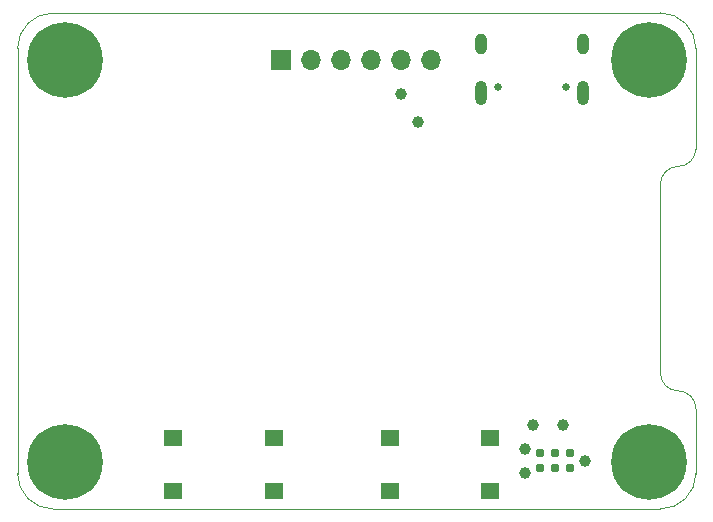
<source format=gbr>
%TF.GenerationSoftware,KiCad,Pcbnew,8.0.1-rc1*%
%TF.CreationDate,2024-04-16T22:30:49-06:00*%
%TF.ProjectId,bitaxe-ESP-OLED,62697461-7865-42d4-9553-502d4f4c4544,rev?*%
%TF.SameCoordinates,Original*%
%TF.FileFunction,Soldermask,Top*%
%TF.FilePolarity,Negative*%
%FSLAX46Y46*%
G04 Gerber Fmt 4.6, Leading zero omitted, Abs format (unit mm)*
G04 Created by KiCad (PCBNEW 8.0.1-rc1) date 2024-04-16 22:30:49*
%MOMM*%
%LPD*%
G01*
G04 APERTURE LIST*
%ADD10C,1.000000*%
%ADD11C,0.990600*%
%ADD12C,0.787400*%
%ADD13R,1.550000X1.400000*%
%ADD14C,0.800000*%
%ADD15C,6.400000*%
%ADD16C,0.650000*%
%ADD17O,1.000000X1.800000*%
%ADD18O,1.000000X2.100000*%
%ADD19R,1.700000X1.700000*%
%ADD20O,1.700000X1.700000*%
%TA.AperFunction,Profile*%
%ADD21C,0.100000*%
%TD*%
G04 APERTURE END LIST*
D10*
%TO.C,TP7*%
X173250000Y-96850000D03*
%TD*%
%TO.C,TP6*%
X175750000Y-96850000D03*
%TD*%
%TO.C,TP4*%
X163450000Y-71250000D03*
%TD*%
%TO.C,TP3*%
X162050000Y-68850000D03*
%TD*%
D11*
%TO.C,J3*%
X177625000Y-99920000D03*
X172545000Y-100936000D03*
X172545000Y-98904000D03*
D12*
X176355000Y-99285000D03*
X176355000Y-100555000D03*
X175085000Y-99285000D03*
X175085000Y-100555000D03*
X173815000Y-99285000D03*
X173815000Y-100555000D03*
%TD*%
D13*
%TO.C,SW4*%
X161100000Y-97950000D03*
X169600000Y-102450000D03*
X169600000Y-97950000D03*
X161100000Y-102450000D03*
%TD*%
%TO.C,SW2*%
X142750000Y-97950000D03*
X151250000Y-102450000D03*
X151250000Y-97950000D03*
X142750000Y-102450000D03*
%TD*%
D14*
%TO.C,H1*%
X131173000Y-66000000D03*
X131875944Y-64302944D03*
X131875944Y-67697056D03*
X133573000Y-63600000D03*
D15*
X133573000Y-66000000D03*
D14*
X133573000Y-68400000D03*
X135270056Y-64302944D03*
X135270056Y-67697056D03*
X135973000Y-66000000D03*
%TD*%
%TO.C,H3*%
X131173000Y-100000000D03*
X131875944Y-98302944D03*
X131875944Y-101697056D03*
X133573000Y-97600000D03*
D15*
X133573000Y-100000000D03*
D14*
X133573000Y-102400000D03*
X135270056Y-98302944D03*
X135270056Y-101697056D03*
X135973000Y-100000000D03*
%TD*%
%TO.C,H2*%
X180600000Y-66000000D03*
X181302944Y-64302944D03*
X181302944Y-67697056D03*
X183000000Y-63600000D03*
D15*
X183000000Y-66000000D03*
D14*
X183000000Y-68400000D03*
X184697056Y-64302944D03*
X184697056Y-67697056D03*
X185400000Y-66000000D03*
%TD*%
%TO.C,H4*%
X180600000Y-100000000D03*
X181302944Y-98302944D03*
X181302944Y-101697056D03*
X183000000Y-97600000D03*
D15*
X183000000Y-100000000D03*
D14*
X183000000Y-102400000D03*
X184697056Y-98302944D03*
X184697056Y-101697056D03*
X185400000Y-100000000D03*
%TD*%
D16*
%TO.C,J2*%
X170210000Y-68305000D03*
X175990000Y-68305000D03*
D17*
X168780000Y-64625000D03*
D18*
X168780000Y-68805000D03*
D17*
X177420000Y-64625000D03*
D18*
X177420000Y-68805000D03*
%TD*%
D19*
%TO.C,J1*%
X151900000Y-66000000D03*
D20*
X154440000Y-66000000D03*
X156980000Y-66000000D03*
X159520000Y-66000000D03*
X162060000Y-66000000D03*
X164600000Y-66000000D03*
%TD*%
D21*
X132573000Y-104000000D02*
G75*
G02*
X129573000Y-101000000I0J3000000D01*
G01*
X184000000Y-62000000D02*
X132573000Y-62000000D01*
X187000000Y-101000000D02*
G75*
G02*
X184000000Y-104000000I-3000000J0D01*
G01*
X132573000Y-104000000D02*
X184000000Y-104000000D01*
X184000000Y-76500000D02*
G75*
G02*
X185500000Y-75000000I1500000J0D01*
G01*
X184000000Y-62000000D02*
G75*
G02*
X187000000Y-65000000I0J-3000000D01*
G01*
X187000000Y-73500000D02*
X187000000Y-65000000D01*
X187000000Y-95500000D02*
X187000000Y-101000000D01*
X129573000Y-65000000D02*
X129573000Y-101000000D01*
X184000000Y-76500000D02*
X184000000Y-92500000D01*
X129573000Y-65000000D02*
G75*
G02*
X132573000Y-62000000I3000000J0D01*
G01*
X185500000Y-94000000D02*
G75*
G02*
X184000000Y-92500000I0J1500000D01*
G01*
X187000000Y-73500000D02*
G75*
G02*
X185500000Y-75000000I-1500000J0D01*
G01*
X185500000Y-94000000D02*
G75*
G02*
X187000000Y-95500000I0J-1500000D01*
G01*
M02*

</source>
